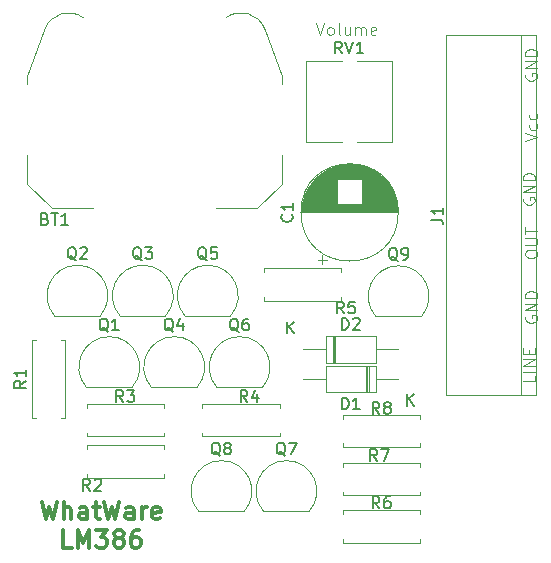
<source format=gbr>
%TF.GenerationSoftware,KiCad,Pcbnew,8.0.9-1.fc41*%
%TF.CreationDate,2025-05-30T14:30:08-05:00*%
%TF.ProjectId,transistor-amp,7472616e-7369-4737-946f-722d616d702e,rev?*%
%TF.SameCoordinates,Original*%
%TF.FileFunction,Legend,Top*%
%TF.FilePolarity,Positive*%
%FSLAX46Y46*%
G04 Gerber Fmt 4.6, Leading zero omitted, Abs format (unit mm)*
G04 Created by KiCad (PCBNEW 8.0.9-1.fc41) date 2025-05-30 14:30:08*
%MOMM*%
%LPD*%
G01*
G04 APERTURE LIST*
%ADD10C,0.100000*%
%ADD11C,0.300000*%
%ADD12C,0.150000*%
%ADD13C,0.120000*%
G04 APERTURE END LIST*
D10*
X123372419Y-63338972D02*
X124372419Y-63005639D01*
X124372419Y-63005639D02*
X123372419Y-62672306D01*
X124324800Y-61910401D02*
X124372419Y-62005639D01*
X124372419Y-62005639D02*
X124372419Y-62196115D01*
X124372419Y-62196115D02*
X124324800Y-62291353D01*
X124324800Y-62291353D02*
X124277180Y-62338972D01*
X124277180Y-62338972D02*
X124181942Y-62386591D01*
X124181942Y-62386591D02*
X123896228Y-62386591D01*
X123896228Y-62386591D02*
X123800990Y-62338972D01*
X123800990Y-62338972D02*
X123753371Y-62291353D01*
X123753371Y-62291353D02*
X123705752Y-62196115D01*
X123705752Y-62196115D02*
X123705752Y-62005639D01*
X123705752Y-62005639D02*
X123753371Y-61910401D01*
X124324800Y-61053258D02*
X124372419Y-61148496D01*
X124372419Y-61148496D02*
X124372419Y-61338972D01*
X124372419Y-61338972D02*
X124324800Y-61434210D01*
X124324800Y-61434210D02*
X124277180Y-61481829D01*
X124277180Y-61481829D02*
X124181942Y-61529448D01*
X124181942Y-61529448D02*
X123896228Y-61529448D01*
X123896228Y-61529448D02*
X123800990Y-61481829D01*
X123800990Y-61481829D02*
X123753371Y-61434210D01*
X123753371Y-61434210D02*
X123705752Y-61338972D01*
X123705752Y-61338972D02*
X123705752Y-61148496D01*
X123705752Y-61148496D02*
X123753371Y-61053258D01*
X123230038Y-68172306D02*
X123182419Y-68267544D01*
X123182419Y-68267544D02*
X123182419Y-68410401D01*
X123182419Y-68410401D02*
X123230038Y-68553258D01*
X123230038Y-68553258D02*
X123325276Y-68648496D01*
X123325276Y-68648496D02*
X123420514Y-68696115D01*
X123420514Y-68696115D02*
X123610990Y-68743734D01*
X123610990Y-68743734D02*
X123753847Y-68743734D01*
X123753847Y-68743734D02*
X123944323Y-68696115D01*
X123944323Y-68696115D02*
X124039561Y-68648496D01*
X124039561Y-68648496D02*
X124134800Y-68553258D01*
X124134800Y-68553258D02*
X124182419Y-68410401D01*
X124182419Y-68410401D02*
X124182419Y-68315163D01*
X124182419Y-68315163D02*
X124134800Y-68172306D01*
X124134800Y-68172306D02*
X124087180Y-68124687D01*
X124087180Y-68124687D02*
X123753847Y-68124687D01*
X123753847Y-68124687D02*
X123753847Y-68315163D01*
X124182419Y-67696115D02*
X123182419Y-67696115D01*
X123182419Y-67696115D02*
X124182419Y-67124687D01*
X124182419Y-67124687D02*
X123182419Y-67124687D01*
X124182419Y-66648496D02*
X123182419Y-66648496D01*
X123182419Y-66648496D02*
X123182419Y-66410401D01*
X123182419Y-66410401D02*
X123230038Y-66267544D01*
X123230038Y-66267544D02*
X123325276Y-66172306D01*
X123325276Y-66172306D02*
X123420514Y-66124687D01*
X123420514Y-66124687D02*
X123610990Y-66077068D01*
X123610990Y-66077068D02*
X123753847Y-66077068D01*
X123753847Y-66077068D02*
X123944323Y-66124687D01*
X123944323Y-66124687D02*
X124039561Y-66172306D01*
X124039561Y-66172306D02*
X124134800Y-66267544D01*
X124134800Y-66267544D02*
X124182419Y-66410401D01*
X124182419Y-66410401D02*
X124182419Y-66648496D01*
D11*
X82428571Y-93885912D02*
X82785714Y-95385912D01*
X82785714Y-95385912D02*
X83071428Y-94314484D01*
X83071428Y-94314484D02*
X83357143Y-95385912D01*
X83357143Y-95385912D02*
X83714286Y-93885912D01*
X84285714Y-95385912D02*
X84285714Y-93885912D01*
X84928572Y-95385912D02*
X84928572Y-94600198D01*
X84928572Y-94600198D02*
X84857143Y-94457341D01*
X84857143Y-94457341D02*
X84714286Y-94385912D01*
X84714286Y-94385912D02*
X84500000Y-94385912D01*
X84500000Y-94385912D02*
X84357143Y-94457341D01*
X84357143Y-94457341D02*
X84285714Y-94528769D01*
X86285715Y-95385912D02*
X86285715Y-94600198D01*
X86285715Y-94600198D02*
X86214286Y-94457341D01*
X86214286Y-94457341D02*
X86071429Y-94385912D01*
X86071429Y-94385912D02*
X85785715Y-94385912D01*
X85785715Y-94385912D02*
X85642857Y-94457341D01*
X86285715Y-95314484D02*
X86142857Y-95385912D01*
X86142857Y-95385912D02*
X85785715Y-95385912D01*
X85785715Y-95385912D02*
X85642857Y-95314484D01*
X85642857Y-95314484D02*
X85571429Y-95171626D01*
X85571429Y-95171626D02*
X85571429Y-95028769D01*
X85571429Y-95028769D02*
X85642857Y-94885912D01*
X85642857Y-94885912D02*
X85785715Y-94814484D01*
X85785715Y-94814484D02*
X86142857Y-94814484D01*
X86142857Y-94814484D02*
X86285715Y-94743055D01*
X86785715Y-94385912D02*
X87357143Y-94385912D01*
X87000000Y-93885912D02*
X87000000Y-95171626D01*
X87000000Y-95171626D02*
X87071429Y-95314484D01*
X87071429Y-95314484D02*
X87214286Y-95385912D01*
X87214286Y-95385912D02*
X87357143Y-95385912D01*
X87714286Y-93885912D02*
X88071429Y-95385912D01*
X88071429Y-95385912D02*
X88357143Y-94314484D01*
X88357143Y-94314484D02*
X88642858Y-95385912D01*
X88642858Y-95385912D02*
X89000001Y-93885912D01*
X90214287Y-95385912D02*
X90214287Y-94600198D01*
X90214287Y-94600198D02*
X90142858Y-94457341D01*
X90142858Y-94457341D02*
X90000001Y-94385912D01*
X90000001Y-94385912D02*
X89714287Y-94385912D01*
X89714287Y-94385912D02*
X89571429Y-94457341D01*
X90214287Y-95314484D02*
X90071429Y-95385912D01*
X90071429Y-95385912D02*
X89714287Y-95385912D01*
X89714287Y-95385912D02*
X89571429Y-95314484D01*
X89571429Y-95314484D02*
X89500001Y-95171626D01*
X89500001Y-95171626D02*
X89500001Y-95028769D01*
X89500001Y-95028769D02*
X89571429Y-94885912D01*
X89571429Y-94885912D02*
X89714287Y-94814484D01*
X89714287Y-94814484D02*
X90071429Y-94814484D01*
X90071429Y-94814484D02*
X90214287Y-94743055D01*
X90928572Y-95385912D02*
X90928572Y-94385912D01*
X90928572Y-94671626D02*
X91000001Y-94528769D01*
X91000001Y-94528769D02*
X91071430Y-94457341D01*
X91071430Y-94457341D02*
X91214287Y-94385912D01*
X91214287Y-94385912D02*
X91357144Y-94385912D01*
X92428572Y-95314484D02*
X92285715Y-95385912D01*
X92285715Y-95385912D02*
X92000001Y-95385912D01*
X92000001Y-95385912D02*
X91857143Y-95314484D01*
X91857143Y-95314484D02*
X91785715Y-95171626D01*
X91785715Y-95171626D02*
X91785715Y-94600198D01*
X91785715Y-94600198D02*
X91857143Y-94457341D01*
X91857143Y-94457341D02*
X92000001Y-94385912D01*
X92000001Y-94385912D02*
X92285715Y-94385912D01*
X92285715Y-94385912D02*
X92428572Y-94457341D01*
X92428572Y-94457341D02*
X92500001Y-94600198D01*
X92500001Y-94600198D02*
X92500001Y-94743055D01*
X92500001Y-94743055D02*
X91785715Y-94885912D01*
X84964286Y-97800828D02*
X84250000Y-97800828D01*
X84250000Y-97800828D02*
X84250000Y-96300828D01*
X85464286Y-97800828D02*
X85464286Y-96300828D01*
X85464286Y-96300828D02*
X85964286Y-97372257D01*
X85964286Y-97372257D02*
X86464286Y-96300828D01*
X86464286Y-96300828D02*
X86464286Y-97800828D01*
X87035715Y-96300828D02*
X87964287Y-96300828D01*
X87964287Y-96300828D02*
X87464287Y-96872257D01*
X87464287Y-96872257D02*
X87678572Y-96872257D01*
X87678572Y-96872257D02*
X87821430Y-96943685D01*
X87821430Y-96943685D02*
X87892858Y-97015114D01*
X87892858Y-97015114D02*
X87964287Y-97157971D01*
X87964287Y-97157971D02*
X87964287Y-97515114D01*
X87964287Y-97515114D02*
X87892858Y-97657971D01*
X87892858Y-97657971D02*
X87821430Y-97729400D01*
X87821430Y-97729400D02*
X87678572Y-97800828D01*
X87678572Y-97800828D02*
X87250001Y-97800828D01*
X87250001Y-97800828D02*
X87107144Y-97729400D01*
X87107144Y-97729400D02*
X87035715Y-97657971D01*
X88821429Y-96943685D02*
X88678572Y-96872257D01*
X88678572Y-96872257D02*
X88607143Y-96800828D01*
X88607143Y-96800828D02*
X88535715Y-96657971D01*
X88535715Y-96657971D02*
X88535715Y-96586542D01*
X88535715Y-96586542D02*
X88607143Y-96443685D01*
X88607143Y-96443685D02*
X88678572Y-96372257D01*
X88678572Y-96372257D02*
X88821429Y-96300828D01*
X88821429Y-96300828D02*
X89107143Y-96300828D01*
X89107143Y-96300828D02*
X89250001Y-96372257D01*
X89250001Y-96372257D02*
X89321429Y-96443685D01*
X89321429Y-96443685D02*
X89392858Y-96586542D01*
X89392858Y-96586542D02*
X89392858Y-96657971D01*
X89392858Y-96657971D02*
X89321429Y-96800828D01*
X89321429Y-96800828D02*
X89250001Y-96872257D01*
X89250001Y-96872257D02*
X89107143Y-96943685D01*
X89107143Y-96943685D02*
X88821429Y-96943685D01*
X88821429Y-96943685D02*
X88678572Y-97015114D01*
X88678572Y-97015114D02*
X88607143Y-97086542D01*
X88607143Y-97086542D02*
X88535715Y-97229400D01*
X88535715Y-97229400D02*
X88535715Y-97515114D01*
X88535715Y-97515114D02*
X88607143Y-97657971D01*
X88607143Y-97657971D02*
X88678572Y-97729400D01*
X88678572Y-97729400D02*
X88821429Y-97800828D01*
X88821429Y-97800828D02*
X89107143Y-97800828D01*
X89107143Y-97800828D02*
X89250001Y-97729400D01*
X89250001Y-97729400D02*
X89321429Y-97657971D01*
X89321429Y-97657971D02*
X89392858Y-97515114D01*
X89392858Y-97515114D02*
X89392858Y-97229400D01*
X89392858Y-97229400D02*
X89321429Y-97086542D01*
X89321429Y-97086542D02*
X89250001Y-97015114D01*
X89250001Y-97015114D02*
X89107143Y-96943685D01*
X90678572Y-96300828D02*
X90392857Y-96300828D01*
X90392857Y-96300828D02*
X90250000Y-96372257D01*
X90250000Y-96372257D02*
X90178572Y-96443685D01*
X90178572Y-96443685D02*
X90035714Y-96657971D01*
X90035714Y-96657971D02*
X89964286Y-96943685D01*
X89964286Y-96943685D02*
X89964286Y-97515114D01*
X89964286Y-97515114D02*
X90035714Y-97657971D01*
X90035714Y-97657971D02*
X90107143Y-97729400D01*
X90107143Y-97729400D02*
X90250000Y-97800828D01*
X90250000Y-97800828D02*
X90535714Y-97800828D01*
X90535714Y-97800828D02*
X90678572Y-97729400D01*
X90678572Y-97729400D02*
X90750000Y-97657971D01*
X90750000Y-97657971D02*
X90821429Y-97515114D01*
X90821429Y-97515114D02*
X90821429Y-97157971D01*
X90821429Y-97157971D02*
X90750000Y-97015114D01*
X90750000Y-97015114D02*
X90678572Y-96943685D01*
X90678572Y-96943685D02*
X90535714Y-96872257D01*
X90535714Y-96872257D02*
X90250000Y-96872257D01*
X90250000Y-96872257D02*
X90107143Y-96943685D01*
X90107143Y-96943685D02*
X90035714Y-97015114D01*
X90035714Y-97015114D02*
X89964286Y-97157971D01*
D10*
X123420038Y-78172306D02*
X123372419Y-78267544D01*
X123372419Y-78267544D02*
X123372419Y-78410401D01*
X123372419Y-78410401D02*
X123420038Y-78553258D01*
X123420038Y-78553258D02*
X123515276Y-78648496D01*
X123515276Y-78648496D02*
X123610514Y-78696115D01*
X123610514Y-78696115D02*
X123800990Y-78743734D01*
X123800990Y-78743734D02*
X123943847Y-78743734D01*
X123943847Y-78743734D02*
X124134323Y-78696115D01*
X124134323Y-78696115D02*
X124229561Y-78648496D01*
X124229561Y-78648496D02*
X124324800Y-78553258D01*
X124324800Y-78553258D02*
X124372419Y-78410401D01*
X124372419Y-78410401D02*
X124372419Y-78315163D01*
X124372419Y-78315163D02*
X124324800Y-78172306D01*
X124324800Y-78172306D02*
X124277180Y-78124687D01*
X124277180Y-78124687D02*
X123943847Y-78124687D01*
X123943847Y-78124687D02*
X123943847Y-78315163D01*
X124372419Y-77696115D02*
X123372419Y-77696115D01*
X123372419Y-77696115D02*
X124372419Y-77124687D01*
X124372419Y-77124687D02*
X123372419Y-77124687D01*
X124372419Y-76648496D02*
X123372419Y-76648496D01*
X123372419Y-76648496D02*
X123372419Y-76410401D01*
X123372419Y-76410401D02*
X123420038Y-76267544D01*
X123420038Y-76267544D02*
X123515276Y-76172306D01*
X123515276Y-76172306D02*
X123610514Y-76124687D01*
X123610514Y-76124687D02*
X123800990Y-76077068D01*
X123800990Y-76077068D02*
X123943847Y-76077068D01*
X123943847Y-76077068D02*
X124134323Y-76124687D01*
X124134323Y-76124687D02*
X124229561Y-76172306D01*
X124229561Y-76172306D02*
X124324800Y-76267544D01*
X124324800Y-76267544D02*
X124372419Y-76410401D01*
X124372419Y-76410401D02*
X124372419Y-76648496D01*
X123420038Y-57672306D02*
X123372419Y-57767544D01*
X123372419Y-57767544D02*
X123372419Y-57910401D01*
X123372419Y-57910401D02*
X123420038Y-58053258D01*
X123420038Y-58053258D02*
X123515276Y-58148496D01*
X123515276Y-58148496D02*
X123610514Y-58196115D01*
X123610514Y-58196115D02*
X123800990Y-58243734D01*
X123800990Y-58243734D02*
X123943847Y-58243734D01*
X123943847Y-58243734D02*
X124134323Y-58196115D01*
X124134323Y-58196115D02*
X124229561Y-58148496D01*
X124229561Y-58148496D02*
X124324800Y-58053258D01*
X124324800Y-58053258D02*
X124372419Y-57910401D01*
X124372419Y-57910401D02*
X124372419Y-57815163D01*
X124372419Y-57815163D02*
X124324800Y-57672306D01*
X124324800Y-57672306D02*
X124277180Y-57624687D01*
X124277180Y-57624687D02*
X123943847Y-57624687D01*
X123943847Y-57624687D02*
X123943847Y-57815163D01*
X124372419Y-57196115D02*
X123372419Y-57196115D01*
X123372419Y-57196115D02*
X124372419Y-56624687D01*
X124372419Y-56624687D02*
X123372419Y-56624687D01*
X124372419Y-56148496D02*
X123372419Y-56148496D01*
X123372419Y-56148496D02*
X123372419Y-55910401D01*
X123372419Y-55910401D02*
X123420038Y-55767544D01*
X123420038Y-55767544D02*
X123515276Y-55672306D01*
X123515276Y-55672306D02*
X123610514Y-55624687D01*
X123610514Y-55624687D02*
X123800990Y-55577068D01*
X123800990Y-55577068D02*
X123943847Y-55577068D01*
X123943847Y-55577068D02*
X124134323Y-55624687D01*
X124134323Y-55624687D02*
X124229561Y-55672306D01*
X124229561Y-55672306D02*
X124324800Y-55767544D01*
X124324800Y-55767544D02*
X124372419Y-55910401D01*
X124372419Y-55910401D02*
X124372419Y-56148496D01*
X124182419Y-83219925D02*
X124182419Y-83696115D01*
X124182419Y-83696115D02*
X123182419Y-83696115D01*
X124182419Y-82886591D02*
X123182419Y-82886591D01*
X124182419Y-82410401D02*
X123182419Y-82410401D01*
X123182419Y-82410401D02*
X124182419Y-81838973D01*
X124182419Y-81838973D02*
X123182419Y-81838973D01*
X123658609Y-81362782D02*
X123658609Y-81029449D01*
X124182419Y-80886592D02*
X124182419Y-81362782D01*
X124182419Y-81362782D02*
X123182419Y-81362782D01*
X123182419Y-81362782D02*
X123182419Y-80886592D01*
X105661027Y-53372419D02*
X105994360Y-54372419D01*
X105994360Y-54372419D02*
X106327693Y-53372419D01*
X106803884Y-54372419D02*
X106708646Y-54324800D01*
X106708646Y-54324800D02*
X106661027Y-54277180D01*
X106661027Y-54277180D02*
X106613408Y-54181942D01*
X106613408Y-54181942D02*
X106613408Y-53896228D01*
X106613408Y-53896228D02*
X106661027Y-53800990D01*
X106661027Y-53800990D02*
X106708646Y-53753371D01*
X106708646Y-53753371D02*
X106803884Y-53705752D01*
X106803884Y-53705752D02*
X106946741Y-53705752D01*
X106946741Y-53705752D02*
X107041979Y-53753371D01*
X107041979Y-53753371D02*
X107089598Y-53800990D01*
X107089598Y-53800990D02*
X107137217Y-53896228D01*
X107137217Y-53896228D02*
X107137217Y-54181942D01*
X107137217Y-54181942D02*
X107089598Y-54277180D01*
X107089598Y-54277180D02*
X107041979Y-54324800D01*
X107041979Y-54324800D02*
X106946741Y-54372419D01*
X106946741Y-54372419D02*
X106803884Y-54372419D01*
X107708646Y-54372419D02*
X107613408Y-54324800D01*
X107613408Y-54324800D02*
X107565789Y-54229561D01*
X107565789Y-54229561D02*
X107565789Y-53372419D01*
X108518170Y-53705752D02*
X108518170Y-54372419D01*
X108089599Y-53705752D02*
X108089599Y-54229561D01*
X108089599Y-54229561D02*
X108137218Y-54324800D01*
X108137218Y-54324800D02*
X108232456Y-54372419D01*
X108232456Y-54372419D02*
X108375313Y-54372419D01*
X108375313Y-54372419D02*
X108470551Y-54324800D01*
X108470551Y-54324800D02*
X108518170Y-54277180D01*
X108994361Y-54372419D02*
X108994361Y-53705752D01*
X108994361Y-53800990D02*
X109041980Y-53753371D01*
X109041980Y-53753371D02*
X109137218Y-53705752D01*
X109137218Y-53705752D02*
X109280075Y-53705752D01*
X109280075Y-53705752D02*
X109375313Y-53753371D01*
X109375313Y-53753371D02*
X109422932Y-53848609D01*
X109422932Y-53848609D02*
X109422932Y-54372419D01*
X109422932Y-53848609D02*
X109470551Y-53753371D01*
X109470551Y-53753371D02*
X109565789Y-53705752D01*
X109565789Y-53705752D02*
X109708646Y-53705752D01*
X109708646Y-53705752D02*
X109803885Y-53753371D01*
X109803885Y-53753371D02*
X109851504Y-53848609D01*
X109851504Y-53848609D02*
X109851504Y-54372419D01*
X110708646Y-54324800D02*
X110613408Y-54372419D01*
X110613408Y-54372419D02*
X110422932Y-54372419D01*
X110422932Y-54372419D02*
X110327694Y-54324800D01*
X110327694Y-54324800D02*
X110280075Y-54229561D01*
X110280075Y-54229561D02*
X110280075Y-53848609D01*
X110280075Y-53848609D02*
X110327694Y-53753371D01*
X110327694Y-53753371D02*
X110422932Y-53705752D01*
X110422932Y-53705752D02*
X110613408Y-53705752D01*
X110613408Y-53705752D02*
X110708646Y-53753371D01*
X110708646Y-53753371D02*
X110756265Y-53848609D01*
X110756265Y-53848609D02*
X110756265Y-53943847D01*
X110756265Y-53943847D02*
X110280075Y-54039085D01*
X123372419Y-73005639D02*
X123372419Y-72815163D01*
X123372419Y-72815163D02*
X123420038Y-72719925D01*
X123420038Y-72719925D02*
X123515276Y-72624687D01*
X123515276Y-72624687D02*
X123705752Y-72577068D01*
X123705752Y-72577068D02*
X124039085Y-72577068D01*
X124039085Y-72577068D02*
X124229561Y-72624687D01*
X124229561Y-72624687D02*
X124324800Y-72719925D01*
X124324800Y-72719925D02*
X124372419Y-72815163D01*
X124372419Y-72815163D02*
X124372419Y-73005639D01*
X124372419Y-73005639D02*
X124324800Y-73100877D01*
X124324800Y-73100877D02*
X124229561Y-73196115D01*
X124229561Y-73196115D02*
X124039085Y-73243734D01*
X124039085Y-73243734D02*
X123705752Y-73243734D01*
X123705752Y-73243734D02*
X123515276Y-73196115D01*
X123515276Y-73196115D02*
X123420038Y-73100877D01*
X123420038Y-73100877D02*
X123372419Y-73005639D01*
X123372419Y-72148496D02*
X124181942Y-72148496D01*
X124181942Y-72148496D02*
X124277180Y-72100877D01*
X124277180Y-72100877D02*
X124324800Y-72053258D01*
X124324800Y-72053258D02*
X124372419Y-71958020D01*
X124372419Y-71958020D02*
X124372419Y-71767544D01*
X124372419Y-71767544D02*
X124324800Y-71672306D01*
X124324800Y-71672306D02*
X124277180Y-71624687D01*
X124277180Y-71624687D02*
X124181942Y-71577068D01*
X124181942Y-71577068D02*
X123372419Y-71577068D01*
X123372419Y-71243734D02*
X123372419Y-70672306D01*
X124372419Y-70958020D02*
X123372419Y-70958020D01*
D12*
X97554761Y-89990057D02*
X97459523Y-89942438D01*
X97459523Y-89942438D02*
X97364285Y-89847200D01*
X97364285Y-89847200D02*
X97221428Y-89704342D01*
X97221428Y-89704342D02*
X97126190Y-89656723D01*
X97126190Y-89656723D02*
X97030952Y-89656723D01*
X97078571Y-89894819D02*
X96983333Y-89847200D01*
X96983333Y-89847200D02*
X96888095Y-89751961D01*
X96888095Y-89751961D02*
X96840476Y-89561485D01*
X96840476Y-89561485D02*
X96840476Y-89228152D01*
X96840476Y-89228152D02*
X96888095Y-89037676D01*
X96888095Y-89037676D02*
X96983333Y-88942438D01*
X96983333Y-88942438D02*
X97078571Y-88894819D01*
X97078571Y-88894819D02*
X97269047Y-88894819D01*
X97269047Y-88894819D02*
X97364285Y-88942438D01*
X97364285Y-88942438D02*
X97459523Y-89037676D01*
X97459523Y-89037676D02*
X97507142Y-89228152D01*
X97507142Y-89228152D02*
X97507142Y-89561485D01*
X97507142Y-89561485D02*
X97459523Y-89751961D01*
X97459523Y-89751961D02*
X97364285Y-89847200D01*
X97364285Y-89847200D02*
X97269047Y-89894819D01*
X97269047Y-89894819D02*
X97078571Y-89894819D01*
X98078571Y-89323390D02*
X97983333Y-89275771D01*
X97983333Y-89275771D02*
X97935714Y-89228152D01*
X97935714Y-89228152D02*
X97888095Y-89132914D01*
X97888095Y-89132914D02*
X97888095Y-89085295D01*
X97888095Y-89085295D02*
X97935714Y-88990057D01*
X97935714Y-88990057D02*
X97983333Y-88942438D01*
X97983333Y-88942438D02*
X98078571Y-88894819D01*
X98078571Y-88894819D02*
X98269047Y-88894819D01*
X98269047Y-88894819D02*
X98364285Y-88942438D01*
X98364285Y-88942438D02*
X98411904Y-88990057D01*
X98411904Y-88990057D02*
X98459523Y-89085295D01*
X98459523Y-89085295D02*
X98459523Y-89132914D01*
X98459523Y-89132914D02*
X98411904Y-89228152D01*
X98411904Y-89228152D02*
X98364285Y-89275771D01*
X98364285Y-89275771D02*
X98269047Y-89323390D01*
X98269047Y-89323390D02*
X98078571Y-89323390D01*
X98078571Y-89323390D02*
X97983333Y-89371009D01*
X97983333Y-89371009D02*
X97935714Y-89418628D01*
X97935714Y-89418628D02*
X97888095Y-89513866D01*
X97888095Y-89513866D02*
X97888095Y-89704342D01*
X97888095Y-89704342D02*
X97935714Y-89799580D01*
X97935714Y-89799580D02*
X97983333Y-89847200D01*
X97983333Y-89847200D02*
X98078571Y-89894819D01*
X98078571Y-89894819D02*
X98269047Y-89894819D01*
X98269047Y-89894819D02*
X98364285Y-89847200D01*
X98364285Y-89847200D02*
X98411904Y-89799580D01*
X98411904Y-89799580D02*
X98459523Y-89704342D01*
X98459523Y-89704342D02*
X98459523Y-89513866D01*
X98459523Y-89513866D02*
X98411904Y-89418628D01*
X98411904Y-89418628D02*
X98364285Y-89371009D01*
X98364285Y-89371009D02*
X98269047Y-89323390D01*
X103609580Y-69569317D02*
X103657200Y-69616936D01*
X103657200Y-69616936D02*
X103704819Y-69759793D01*
X103704819Y-69759793D02*
X103704819Y-69855031D01*
X103704819Y-69855031D02*
X103657200Y-69997888D01*
X103657200Y-69997888D02*
X103561961Y-70093126D01*
X103561961Y-70093126D02*
X103466723Y-70140745D01*
X103466723Y-70140745D02*
X103276247Y-70188364D01*
X103276247Y-70188364D02*
X103133390Y-70188364D01*
X103133390Y-70188364D02*
X102942914Y-70140745D01*
X102942914Y-70140745D02*
X102847676Y-70093126D01*
X102847676Y-70093126D02*
X102752438Y-69997888D01*
X102752438Y-69997888D02*
X102704819Y-69855031D01*
X102704819Y-69855031D02*
X102704819Y-69759793D01*
X102704819Y-69759793D02*
X102752438Y-69616936D01*
X102752438Y-69616936D02*
X102800057Y-69569317D01*
X103704819Y-68616936D02*
X103704819Y-69188364D01*
X103704819Y-68902650D02*
X102704819Y-68902650D01*
X102704819Y-68902650D02*
X102847676Y-68997888D01*
X102847676Y-68997888D02*
X102942914Y-69093126D01*
X102942914Y-69093126D02*
X102990533Y-69188364D01*
X112554761Y-73490057D02*
X112459523Y-73442438D01*
X112459523Y-73442438D02*
X112364285Y-73347200D01*
X112364285Y-73347200D02*
X112221428Y-73204342D01*
X112221428Y-73204342D02*
X112126190Y-73156723D01*
X112126190Y-73156723D02*
X112030952Y-73156723D01*
X112078571Y-73394819D02*
X111983333Y-73347200D01*
X111983333Y-73347200D02*
X111888095Y-73251961D01*
X111888095Y-73251961D02*
X111840476Y-73061485D01*
X111840476Y-73061485D02*
X111840476Y-72728152D01*
X111840476Y-72728152D02*
X111888095Y-72537676D01*
X111888095Y-72537676D02*
X111983333Y-72442438D01*
X111983333Y-72442438D02*
X112078571Y-72394819D01*
X112078571Y-72394819D02*
X112269047Y-72394819D01*
X112269047Y-72394819D02*
X112364285Y-72442438D01*
X112364285Y-72442438D02*
X112459523Y-72537676D01*
X112459523Y-72537676D02*
X112507142Y-72728152D01*
X112507142Y-72728152D02*
X112507142Y-73061485D01*
X112507142Y-73061485D02*
X112459523Y-73251961D01*
X112459523Y-73251961D02*
X112364285Y-73347200D01*
X112364285Y-73347200D02*
X112269047Y-73394819D01*
X112269047Y-73394819D02*
X112078571Y-73394819D01*
X112983333Y-73394819D02*
X113173809Y-73394819D01*
X113173809Y-73394819D02*
X113269047Y-73347200D01*
X113269047Y-73347200D02*
X113316666Y-73299580D01*
X113316666Y-73299580D02*
X113411904Y-73156723D01*
X113411904Y-73156723D02*
X113459523Y-72966247D01*
X113459523Y-72966247D02*
X113459523Y-72585295D01*
X113459523Y-72585295D02*
X113411904Y-72490057D01*
X113411904Y-72490057D02*
X113364285Y-72442438D01*
X113364285Y-72442438D02*
X113269047Y-72394819D01*
X113269047Y-72394819D02*
X113078571Y-72394819D01*
X113078571Y-72394819D02*
X112983333Y-72442438D01*
X112983333Y-72442438D02*
X112935714Y-72490057D01*
X112935714Y-72490057D02*
X112888095Y-72585295D01*
X112888095Y-72585295D02*
X112888095Y-72823390D01*
X112888095Y-72823390D02*
X112935714Y-72918628D01*
X112935714Y-72918628D02*
X112983333Y-72966247D01*
X112983333Y-72966247D02*
X113078571Y-73013866D01*
X113078571Y-73013866D02*
X113269047Y-73013866D01*
X113269047Y-73013866D02*
X113364285Y-72966247D01*
X113364285Y-72966247D02*
X113411904Y-72918628D01*
X113411904Y-72918628D02*
X113459523Y-72823390D01*
X89333333Y-85454819D02*
X89000000Y-84978628D01*
X88761905Y-85454819D02*
X88761905Y-84454819D01*
X88761905Y-84454819D02*
X89142857Y-84454819D01*
X89142857Y-84454819D02*
X89238095Y-84502438D01*
X89238095Y-84502438D02*
X89285714Y-84550057D01*
X89285714Y-84550057D02*
X89333333Y-84645295D01*
X89333333Y-84645295D02*
X89333333Y-84788152D01*
X89333333Y-84788152D02*
X89285714Y-84883390D01*
X89285714Y-84883390D02*
X89238095Y-84931009D01*
X89238095Y-84931009D02*
X89142857Y-84978628D01*
X89142857Y-84978628D02*
X88761905Y-84978628D01*
X89666667Y-84454819D02*
X90285714Y-84454819D01*
X90285714Y-84454819D02*
X89952381Y-84835771D01*
X89952381Y-84835771D02*
X90095238Y-84835771D01*
X90095238Y-84835771D02*
X90190476Y-84883390D01*
X90190476Y-84883390D02*
X90238095Y-84931009D01*
X90238095Y-84931009D02*
X90285714Y-85026247D01*
X90285714Y-85026247D02*
X90285714Y-85264342D01*
X90285714Y-85264342D02*
X90238095Y-85359580D01*
X90238095Y-85359580D02*
X90190476Y-85407200D01*
X90190476Y-85407200D02*
X90095238Y-85454819D01*
X90095238Y-85454819D02*
X89809524Y-85454819D01*
X89809524Y-85454819D02*
X89714286Y-85407200D01*
X89714286Y-85407200D02*
X89666667Y-85359580D01*
X88054761Y-79490057D02*
X87959523Y-79442438D01*
X87959523Y-79442438D02*
X87864285Y-79347200D01*
X87864285Y-79347200D02*
X87721428Y-79204342D01*
X87721428Y-79204342D02*
X87626190Y-79156723D01*
X87626190Y-79156723D02*
X87530952Y-79156723D01*
X87578571Y-79394819D02*
X87483333Y-79347200D01*
X87483333Y-79347200D02*
X87388095Y-79251961D01*
X87388095Y-79251961D02*
X87340476Y-79061485D01*
X87340476Y-79061485D02*
X87340476Y-78728152D01*
X87340476Y-78728152D02*
X87388095Y-78537676D01*
X87388095Y-78537676D02*
X87483333Y-78442438D01*
X87483333Y-78442438D02*
X87578571Y-78394819D01*
X87578571Y-78394819D02*
X87769047Y-78394819D01*
X87769047Y-78394819D02*
X87864285Y-78442438D01*
X87864285Y-78442438D02*
X87959523Y-78537676D01*
X87959523Y-78537676D02*
X88007142Y-78728152D01*
X88007142Y-78728152D02*
X88007142Y-79061485D01*
X88007142Y-79061485D02*
X87959523Y-79251961D01*
X87959523Y-79251961D02*
X87864285Y-79347200D01*
X87864285Y-79347200D02*
X87769047Y-79394819D01*
X87769047Y-79394819D02*
X87578571Y-79394819D01*
X88959523Y-79394819D02*
X88388095Y-79394819D01*
X88673809Y-79394819D02*
X88673809Y-78394819D01*
X88673809Y-78394819D02*
X88578571Y-78537676D01*
X88578571Y-78537676D02*
X88483333Y-78632914D01*
X88483333Y-78632914D02*
X88388095Y-78680533D01*
X107841905Y-79334819D02*
X107841905Y-78334819D01*
X107841905Y-78334819D02*
X108080000Y-78334819D01*
X108080000Y-78334819D02*
X108222857Y-78382438D01*
X108222857Y-78382438D02*
X108318095Y-78477676D01*
X108318095Y-78477676D02*
X108365714Y-78572914D01*
X108365714Y-78572914D02*
X108413333Y-78763390D01*
X108413333Y-78763390D02*
X108413333Y-78906247D01*
X108413333Y-78906247D02*
X108365714Y-79096723D01*
X108365714Y-79096723D02*
X108318095Y-79191961D01*
X108318095Y-79191961D02*
X108222857Y-79287200D01*
X108222857Y-79287200D02*
X108080000Y-79334819D01*
X108080000Y-79334819D02*
X107841905Y-79334819D01*
X108794286Y-78430057D02*
X108841905Y-78382438D01*
X108841905Y-78382438D02*
X108937143Y-78334819D01*
X108937143Y-78334819D02*
X109175238Y-78334819D01*
X109175238Y-78334819D02*
X109270476Y-78382438D01*
X109270476Y-78382438D02*
X109318095Y-78430057D01*
X109318095Y-78430057D02*
X109365714Y-78525295D01*
X109365714Y-78525295D02*
X109365714Y-78620533D01*
X109365714Y-78620533D02*
X109318095Y-78763390D01*
X109318095Y-78763390D02*
X108746667Y-79334819D01*
X108746667Y-79334819D02*
X109365714Y-79334819D01*
X103238095Y-79654819D02*
X103238095Y-78654819D01*
X103809523Y-79654819D02*
X103380952Y-79083390D01*
X103809523Y-78654819D02*
X103238095Y-79226247D01*
X108023333Y-77954819D02*
X107690000Y-77478628D01*
X107451905Y-77954819D02*
X107451905Y-76954819D01*
X107451905Y-76954819D02*
X107832857Y-76954819D01*
X107832857Y-76954819D02*
X107928095Y-77002438D01*
X107928095Y-77002438D02*
X107975714Y-77050057D01*
X107975714Y-77050057D02*
X108023333Y-77145295D01*
X108023333Y-77145295D02*
X108023333Y-77288152D01*
X108023333Y-77288152D02*
X107975714Y-77383390D01*
X107975714Y-77383390D02*
X107928095Y-77431009D01*
X107928095Y-77431009D02*
X107832857Y-77478628D01*
X107832857Y-77478628D02*
X107451905Y-77478628D01*
X108928095Y-76954819D02*
X108451905Y-76954819D01*
X108451905Y-76954819D02*
X108404286Y-77431009D01*
X108404286Y-77431009D02*
X108451905Y-77383390D01*
X108451905Y-77383390D02*
X108547143Y-77335771D01*
X108547143Y-77335771D02*
X108785238Y-77335771D01*
X108785238Y-77335771D02*
X108880476Y-77383390D01*
X108880476Y-77383390D02*
X108928095Y-77431009D01*
X108928095Y-77431009D02*
X108975714Y-77526247D01*
X108975714Y-77526247D02*
X108975714Y-77764342D01*
X108975714Y-77764342D02*
X108928095Y-77859580D01*
X108928095Y-77859580D02*
X108880476Y-77907200D01*
X108880476Y-77907200D02*
X108785238Y-77954819D01*
X108785238Y-77954819D02*
X108547143Y-77954819D01*
X108547143Y-77954819D02*
X108451905Y-77907200D01*
X108451905Y-77907200D02*
X108404286Y-77859580D01*
X107841905Y-86074819D02*
X107841905Y-85074819D01*
X107841905Y-85074819D02*
X108080000Y-85074819D01*
X108080000Y-85074819D02*
X108222857Y-85122438D01*
X108222857Y-85122438D02*
X108318095Y-85217676D01*
X108318095Y-85217676D02*
X108365714Y-85312914D01*
X108365714Y-85312914D02*
X108413333Y-85503390D01*
X108413333Y-85503390D02*
X108413333Y-85646247D01*
X108413333Y-85646247D02*
X108365714Y-85836723D01*
X108365714Y-85836723D02*
X108318095Y-85931961D01*
X108318095Y-85931961D02*
X108222857Y-86027200D01*
X108222857Y-86027200D02*
X108080000Y-86074819D01*
X108080000Y-86074819D02*
X107841905Y-86074819D01*
X109365714Y-86074819D02*
X108794286Y-86074819D01*
X109080000Y-86074819D02*
X109080000Y-85074819D01*
X109080000Y-85074819D02*
X108984762Y-85217676D01*
X108984762Y-85217676D02*
X108889524Y-85312914D01*
X108889524Y-85312914D02*
X108794286Y-85360533D01*
X113398095Y-85754819D02*
X113398095Y-84754819D01*
X113969523Y-85754819D02*
X113540952Y-85183390D01*
X113969523Y-84754819D02*
X113398095Y-85326247D01*
X110833333Y-90454819D02*
X110500000Y-89978628D01*
X110261905Y-90454819D02*
X110261905Y-89454819D01*
X110261905Y-89454819D02*
X110642857Y-89454819D01*
X110642857Y-89454819D02*
X110738095Y-89502438D01*
X110738095Y-89502438D02*
X110785714Y-89550057D01*
X110785714Y-89550057D02*
X110833333Y-89645295D01*
X110833333Y-89645295D02*
X110833333Y-89788152D01*
X110833333Y-89788152D02*
X110785714Y-89883390D01*
X110785714Y-89883390D02*
X110738095Y-89931009D01*
X110738095Y-89931009D02*
X110642857Y-89978628D01*
X110642857Y-89978628D02*
X110261905Y-89978628D01*
X111166667Y-89454819D02*
X111833333Y-89454819D01*
X111833333Y-89454819D02*
X111404762Y-90454819D01*
X82714285Y-69931009D02*
X82857142Y-69978628D01*
X82857142Y-69978628D02*
X82904761Y-70026247D01*
X82904761Y-70026247D02*
X82952380Y-70121485D01*
X82952380Y-70121485D02*
X82952380Y-70264342D01*
X82952380Y-70264342D02*
X82904761Y-70359580D01*
X82904761Y-70359580D02*
X82857142Y-70407200D01*
X82857142Y-70407200D02*
X82761904Y-70454819D01*
X82761904Y-70454819D02*
X82380952Y-70454819D01*
X82380952Y-70454819D02*
X82380952Y-69454819D01*
X82380952Y-69454819D02*
X82714285Y-69454819D01*
X82714285Y-69454819D02*
X82809523Y-69502438D01*
X82809523Y-69502438D02*
X82857142Y-69550057D01*
X82857142Y-69550057D02*
X82904761Y-69645295D01*
X82904761Y-69645295D02*
X82904761Y-69740533D01*
X82904761Y-69740533D02*
X82857142Y-69835771D01*
X82857142Y-69835771D02*
X82809523Y-69883390D01*
X82809523Y-69883390D02*
X82714285Y-69931009D01*
X82714285Y-69931009D02*
X82380952Y-69931009D01*
X83238095Y-69454819D02*
X83809523Y-69454819D01*
X83523809Y-70454819D02*
X83523809Y-69454819D01*
X84666666Y-70454819D02*
X84095238Y-70454819D01*
X84380952Y-70454819D02*
X84380952Y-69454819D01*
X84380952Y-69454819D02*
X84285714Y-69597676D01*
X84285714Y-69597676D02*
X84190476Y-69692914D01*
X84190476Y-69692914D02*
X84095238Y-69740533D01*
X111023333Y-86454819D02*
X110690000Y-85978628D01*
X110451905Y-86454819D02*
X110451905Y-85454819D01*
X110451905Y-85454819D02*
X110832857Y-85454819D01*
X110832857Y-85454819D02*
X110928095Y-85502438D01*
X110928095Y-85502438D02*
X110975714Y-85550057D01*
X110975714Y-85550057D02*
X111023333Y-85645295D01*
X111023333Y-85645295D02*
X111023333Y-85788152D01*
X111023333Y-85788152D02*
X110975714Y-85883390D01*
X110975714Y-85883390D02*
X110928095Y-85931009D01*
X110928095Y-85931009D02*
X110832857Y-85978628D01*
X110832857Y-85978628D02*
X110451905Y-85978628D01*
X111594762Y-85883390D02*
X111499524Y-85835771D01*
X111499524Y-85835771D02*
X111451905Y-85788152D01*
X111451905Y-85788152D02*
X111404286Y-85692914D01*
X111404286Y-85692914D02*
X111404286Y-85645295D01*
X111404286Y-85645295D02*
X111451905Y-85550057D01*
X111451905Y-85550057D02*
X111499524Y-85502438D01*
X111499524Y-85502438D02*
X111594762Y-85454819D01*
X111594762Y-85454819D02*
X111785238Y-85454819D01*
X111785238Y-85454819D02*
X111880476Y-85502438D01*
X111880476Y-85502438D02*
X111928095Y-85550057D01*
X111928095Y-85550057D02*
X111975714Y-85645295D01*
X111975714Y-85645295D02*
X111975714Y-85692914D01*
X111975714Y-85692914D02*
X111928095Y-85788152D01*
X111928095Y-85788152D02*
X111880476Y-85835771D01*
X111880476Y-85835771D02*
X111785238Y-85883390D01*
X111785238Y-85883390D02*
X111594762Y-85883390D01*
X111594762Y-85883390D02*
X111499524Y-85931009D01*
X111499524Y-85931009D02*
X111451905Y-85978628D01*
X111451905Y-85978628D02*
X111404286Y-86073866D01*
X111404286Y-86073866D02*
X111404286Y-86264342D01*
X111404286Y-86264342D02*
X111451905Y-86359580D01*
X111451905Y-86359580D02*
X111499524Y-86407200D01*
X111499524Y-86407200D02*
X111594762Y-86454819D01*
X111594762Y-86454819D02*
X111785238Y-86454819D01*
X111785238Y-86454819D02*
X111880476Y-86407200D01*
X111880476Y-86407200D02*
X111928095Y-86359580D01*
X111928095Y-86359580D02*
X111975714Y-86264342D01*
X111975714Y-86264342D02*
X111975714Y-86073866D01*
X111975714Y-86073866D02*
X111928095Y-85978628D01*
X111928095Y-85978628D02*
X111880476Y-85931009D01*
X111880476Y-85931009D02*
X111785238Y-85883390D01*
X99094761Y-79490057D02*
X98999523Y-79442438D01*
X98999523Y-79442438D02*
X98904285Y-79347200D01*
X98904285Y-79347200D02*
X98761428Y-79204342D01*
X98761428Y-79204342D02*
X98666190Y-79156723D01*
X98666190Y-79156723D02*
X98570952Y-79156723D01*
X98618571Y-79394819D02*
X98523333Y-79347200D01*
X98523333Y-79347200D02*
X98428095Y-79251961D01*
X98428095Y-79251961D02*
X98380476Y-79061485D01*
X98380476Y-79061485D02*
X98380476Y-78728152D01*
X98380476Y-78728152D02*
X98428095Y-78537676D01*
X98428095Y-78537676D02*
X98523333Y-78442438D01*
X98523333Y-78442438D02*
X98618571Y-78394819D01*
X98618571Y-78394819D02*
X98809047Y-78394819D01*
X98809047Y-78394819D02*
X98904285Y-78442438D01*
X98904285Y-78442438D02*
X98999523Y-78537676D01*
X98999523Y-78537676D02*
X99047142Y-78728152D01*
X99047142Y-78728152D02*
X99047142Y-79061485D01*
X99047142Y-79061485D02*
X98999523Y-79251961D01*
X98999523Y-79251961D02*
X98904285Y-79347200D01*
X98904285Y-79347200D02*
X98809047Y-79394819D01*
X98809047Y-79394819D02*
X98618571Y-79394819D01*
X99904285Y-78394819D02*
X99713809Y-78394819D01*
X99713809Y-78394819D02*
X99618571Y-78442438D01*
X99618571Y-78442438D02*
X99570952Y-78490057D01*
X99570952Y-78490057D02*
X99475714Y-78632914D01*
X99475714Y-78632914D02*
X99428095Y-78823390D01*
X99428095Y-78823390D02*
X99428095Y-79204342D01*
X99428095Y-79204342D02*
X99475714Y-79299580D01*
X99475714Y-79299580D02*
X99523333Y-79347200D01*
X99523333Y-79347200D02*
X99618571Y-79394819D01*
X99618571Y-79394819D02*
X99809047Y-79394819D01*
X99809047Y-79394819D02*
X99904285Y-79347200D01*
X99904285Y-79347200D02*
X99951904Y-79299580D01*
X99951904Y-79299580D02*
X99999523Y-79204342D01*
X99999523Y-79204342D02*
X99999523Y-78966247D01*
X99999523Y-78966247D02*
X99951904Y-78871009D01*
X99951904Y-78871009D02*
X99904285Y-78823390D01*
X99904285Y-78823390D02*
X99809047Y-78775771D01*
X99809047Y-78775771D02*
X99618571Y-78775771D01*
X99618571Y-78775771D02*
X99523333Y-78823390D01*
X99523333Y-78823390D02*
X99475714Y-78871009D01*
X99475714Y-78871009D02*
X99428095Y-78966247D01*
X96394761Y-73440057D02*
X96299523Y-73392438D01*
X96299523Y-73392438D02*
X96204285Y-73297200D01*
X96204285Y-73297200D02*
X96061428Y-73154342D01*
X96061428Y-73154342D02*
X95966190Y-73106723D01*
X95966190Y-73106723D02*
X95870952Y-73106723D01*
X95918571Y-73344819D02*
X95823333Y-73297200D01*
X95823333Y-73297200D02*
X95728095Y-73201961D01*
X95728095Y-73201961D02*
X95680476Y-73011485D01*
X95680476Y-73011485D02*
X95680476Y-72678152D01*
X95680476Y-72678152D02*
X95728095Y-72487676D01*
X95728095Y-72487676D02*
X95823333Y-72392438D01*
X95823333Y-72392438D02*
X95918571Y-72344819D01*
X95918571Y-72344819D02*
X96109047Y-72344819D01*
X96109047Y-72344819D02*
X96204285Y-72392438D01*
X96204285Y-72392438D02*
X96299523Y-72487676D01*
X96299523Y-72487676D02*
X96347142Y-72678152D01*
X96347142Y-72678152D02*
X96347142Y-73011485D01*
X96347142Y-73011485D02*
X96299523Y-73201961D01*
X96299523Y-73201961D02*
X96204285Y-73297200D01*
X96204285Y-73297200D02*
X96109047Y-73344819D01*
X96109047Y-73344819D02*
X95918571Y-73344819D01*
X97251904Y-72344819D02*
X96775714Y-72344819D01*
X96775714Y-72344819D02*
X96728095Y-72821009D01*
X96728095Y-72821009D02*
X96775714Y-72773390D01*
X96775714Y-72773390D02*
X96870952Y-72725771D01*
X96870952Y-72725771D02*
X97109047Y-72725771D01*
X97109047Y-72725771D02*
X97204285Y-72773390D01*
X97204285Y-72773390D02*
X97251904Y-72821009D01*
X97251904Y-72821009D02*
X97299523Y-72916247D01*
X97299523Y-72916247D02*
X97299523Y-73154342D01*
X97299523Y-73154342D02*
X97251904Y-73249580D01*
X97251904Y-73249580D02*
X97204285Y-73297200D01*
X97204285Y-73297200D02*
X97109047Y-73344819D01*
X97109047Y-73344819D02*
X96870952Y-73344819D01*
X96870952Y-73344819D02*
X96775714Y-73297200D01*
X96775714Y-73297200D02*
X96728095Y-73249580D01*
X115404819Y-70003333D02*
X116119104Y-70003333D01*
X116119104Y-70003333D02*
X116261961Y-70050952D01*
X116261961Y-70050952D02*
X116357200Y-70146190D01*
X116357200Y-70146190D02*
X116404819Y-70289047D01*
X116404819Y-70289047D02*
X116404819Y-70384285D01*
X116404819Y-69003333D02*
X116404819Y-69574761D01*
X116404819Y-69289047D02*
X115404819Y-69289047D01*
X115404819Y-69289047D02*
X115547676Y-69384285D01*
X115547676Y-69384285D02*
X115642914Y-69479523D01*
X115642914Y-69479523D02*
X115690533Y-69574761D01*
X99833333Y-85454819D02*
X99500000Y-84978628D01*
X99261905Y-85454819D02*
X99261905Y-84454819D01*
X99261905Y-84454819D02*
X99642857Y-84454819D01*
X99642857Y-84454819D02*
X99738095Y-84502438D01*
X99738095Y-84502438D02*
X99785714Y-84550057D01*
X99785714Y-84550057D02*
X99833333Y-84645295D01*
X99833333Y-84645295D02*
X99833333Y-84788152D01*
X99833333Y-84788152D02*
X99785714Y-84883390D01*
X99785714Y-84883390D02*
X99738095Y-84931009D01*
X99738095Y-84931009D02*
X99642857Y-84978628D01*
X99642857Y-84978628D02*
X99261905Y-84978628D01*
X100690476Y-84788152D02*
X100690476Y-85454819D01*
X100452381Y-84407200D02*
X100214286Y-85121485D01*
X100214286Y-85121485D02*
X100833333Y-85121485D01*
X86523333Y-92954819D02*
X86190000Y-92478628D01*
X85951905Y-92954819D02*
X85951905Y-91954819D01*
X85951905Y-91954819D02*
X86332857Y-91954819D01*
X86332857Y-91954819D02*
X86428095Y-92002438D01*
X86428095Y-92002438D02*
X86475714Y-92050057D01*
X86475714Y-92050057D02*
X86523333Y-92145295D01*
X86523333Y-92145295D02*
X86523333Y-92288152D01*
X86523333Y-92288152D02*
X86475714Y-92383390D01*
X86475714Y-92383390D02*
X86428095Y-92431009D01*
X86428095Y-92431009D02*
X86332857Y-92478628D01*
X86332857Y-92478628D02*
X85951905Y-92478628D01*
X86904286Y-92050057D02*
X86951905Y-92002438D01*
X86951905Y-92002438D02*
X87047143Y-91954819D01*
X87047143Y-91954819D02*
X87285238Y-91954819D01*
X87285238Y-91954819D02*
X87380476Y-92002438D01*
X87380476Y-92002438D02*
X87428095Y-92050057D01*
X87428095Y-92050057D02*
X87475714Y-92145295D01*
X87475714Y-92145295D02*
X87475714Y-92240533D01*
X87475714Y-92240533D02*
X87428095Y-92383390D01*
X87428095Y-92383390D02*
X86856667Y-92954819D01*
X86856667Y-92954819D02*
X87475714Y-92954819D01*
X85354761Y-73440057D02*
X85259523Y-73392438D01*
X85259523Y-73392438D02*
X85164285Y-73297200D01*
X85164285Y-73297200D02*
X85021428Y-73154342D01*
X85021428Y-73154342D02*
X84926190Y-73106723D01*
X84926190Y-73106723D02*
X84830952Y-73106723D01*
X84878571Y-73344819D02*
X84783333Y-73297200D01*
X84783333Y-73297200D02*
X84688095Y-73201961D01*
X84688095Y-73201961D02*
X84640476Y-73011485D01*
X84640476Y-73011485D02*
X84640476Y-72678152D01*
X84640476Y-72678152D02*
X84688095Y-72487676D01*
X84688095Y-72487676D02*
X84783333Y-72392438D01*
X84783333Y-72392438D02*
X84878571Y-72344819D01*
X84878571Y-72344819D02*
X85069047Y-72344819D01*
X85069047Y-72344819D02*
X85164285Y-72392438D01*
X85164285Y-72392438D02*
X85259523Y-72487676D01*
X85259523Y-72487676D02*
X85307142Y-72678152D01*
X85307142Y-72678152D02*
X85307142Y-73011485D01*
X85307142Y-73011485D02*
X85259523Y-73201961D01*
X85259523Y-73201961D02*
X85164285Y-73297200D01*
X85164285Y-73297200D02*
X85069047Y-73344819D01*
X85069047Y-73344819D02*
X84878571Y-73344819D01*
X85688095Y-72440057D02*
X85735714Y-72392438D01*
X85735714Y-72392438D02*
X85830952Y-72344819D01*
X85830952Y-72344819D02*
X86069047Y-72344819D01*
X86069047Y-72344819D02*
X86164285Y-72392438D01*
X86164285Y-72392438D02*
X86211904Y-72440057D01*
X86211904Y-72440057D02*
X86259523Y-72535295D01*
X86259523Y-72535295D02*
X86259523Y-72630533D01*
X86259523Y-72630533D02*
X86211904Y-72773390D01*
X86211904Y-72773390D02*
X85640476Y-73344819D01*
X85640476Y-73344819D02*
X86259523Y-73344819D01*
X90894761Y-73440057D02*
X90799523Y-73392438D01*
X90799523Y-73392438D02*
X90704285Y-73297200D01*
X90704285Y-73297200D02*
X90561428Y-73154342D01*
X90561428Y-73154342D02*
X90466190Y-73106723D01*
X90466190Y-73106723D02*
X90370952Y-73106723D01*
X90418571Y-73344819D02*
X90323333Y-73297200D01*
X90323333Y-73297200D02*
X90228095Y-73201961D01*
X90228095Y-73201961D02*
X90180476Y-73011485D01*
X90180476Y-73011485D02*
X90180476Y-72678152D01*
X90180476Y-72678152D02*
X90228095Y-72487676D01*
X90228095Y-72487676D02*
X90323333Y-72392438D01*
X90323333Y-72392438D02*
X90418571Y-72344819D01*
X90418571Y-72344819D02*
X90609047Y-72344819D01*
X90609047Y-72344819D02*
X90704285Y-72392438D01*
X90704285Y-72392438D02*
X90799523Y-72487676D01*
X90799523Y-72487676D02*
X90847142Y-72678152D01*
X90847142Y-72678152D02*
X90847142Y-73011485D01*
X90847142Y-73011485D02*
X90799523Y-73201961D01*
X90799523Y-73201961D02*
X90704285Y-73297200D01*
X90704285Y-73297200D02*
X90609047Y-73344819D01*
X90609047Y-73344819D02*
X90418571Y-73344819D01*
X91180476Y-72344819D02*
X91799523Y-72344819D01*
X91799523Y-72344819D02*
X91466190Y-72725771D01*
X91466190Y-72725771D02*
X91609047Y-72725771D01*
X91609047Y-72725771D02*
X91704285Y-72773390D01*
X91704285Y-72773390D02*
X91751904Y-72821009D01*
X91751904Y-72821009D02*
X91799523Y-72916247D01*
X91799523Y-72916247D02*
X91799523Y-73154342D01*
X91799523Y-73154342D02*
X91751904Y-73249580D01*
X91751904Y-73249580D02*
X91704285Y-73297200D01*
X91704285Y-73297200D02*
X91609047Y-73344819D01*
X91609047Y-73344819D02*
X91323333Y-73344819D01*
X91323333Y-73344819D02*
X91228095Y-73297200D01*
X91228095Y-73297200D02*
X91180476Y-73249580D01*
X81084819Y-83666666D02*
X80608628Y-83999999D01*
X81084819Y-84238094D02*
X80084819Y-84238094D01*
X80084819Y-84238094D02*
X80084819Y-83857142D01*
X80084819Y-83857142D02*
X80132438Y-83761904D01*
X80132438Y-83761904D02*
X80180057Y-83714285D01*
X80180057Y-83714285D02*
X80275295Y-83666666D01*
X80275295Y-83666666D02*
X80418152Y-83666666D01*
X80418152Y-83666666D02*
X80513390Y-83714285D01*
X80513390Y-83714285D02*
X80561009Y-83761904D01*
X80561009Y-83761904D02*
X80608628Y-83857142D01*
X80608628Y-83857142D02*
X80608628Y-84238094D01*
X81084819Y-82714285D02*
X81084819Y-83285713D01*
X81084819Y-82999999D02*
X80084819Y-82999999D01*
X80084819Y-82999999D02*
X80227676Y-83095237D01*
X80227676Y-83095237D02*
X80322914Y-83190475D01*
X80322914Y-83190475D02*
X80370533Y-83285713D01*
X93554761Y-79490057D02*
X93459523Y-79442438D01*
X93459523Y-79442438D02*
X93364285Y-79347200D01*
X93364285Y-79347200D02*
X93221428Y-79204342D01*
X93221428Y-79204342D02*
X93126190Y-79156723D01*
X93126190Y-79156723D02*
X93030952Y-79156723D01*
X93078571Y-79394819D02*
X92983333Y-79347200D01*
X92983333Y-79347200D02*
X92888095Y-79251961D01*
X92888095Y-79251961D02*
X92840476Y-79061485D01*
X92840476Y-79061485D02*
X92840476Y-78728152D01*
X92840476Y-78728152D02*
X92888095Y-78537676D01*
X92888095Y-78537676D02*
X92983333Y-78442438D01*
X92983333Y-78442438D02*
X93078571Y-78394819D01*
X93078571Y-78394819D02*
X93269047Y-78394819D01*
X93269047Y-78394819D02*
X93364285Y-78442438D01*
X93364285Y-78442438D02*
X93459523Y-78537676D01*
X93459523Y-78537676D02*
X93507142Y-78728152D01*
X93507142Y-78728152D02*
X93507142Y-79061485D01*
X93507142Y-79061485D02*
X93459523Y-79251961D01*
X93459523Y-79251961D02*
X93364285Y-79347200D01*
X93364285Y-79347200D02*
X93269047Y-79394819D01*
X93269047Y-79394819D02*
X93078571Y-79394819D01*
X94364285Y-78728152D02*
X94364285Y-79394819D01*
X94126190Y-78347200D02*
X93888095Y-79061485D01*
X93888095Y-79061485D02*
X94507142Y-79061485D01*
X111023333Y-94454819D02*
X110690000Y-93978628D01*
X110451905Y-94454819D02*
X110451905Y-93454819D01*
X110451905Y-93454819D02*
X110832857Y-93454819D01*
X110832857Y-93454819D02*
X110928095Y-93502438D01*
X110928095Y-93502438D02*
X110975714Y-93550057D01*
X110975714Y-93550057D02*
X111023333Y-93645295D01*
X111023333Y-93645295D02*
X111023333Y-93788152D01*
X111023333Y-93788152D02*
X110975714Y-93883390D01*
X110975714Y-93883390D02*
X110928095Y-93931009D01*
X110928095Y-93931009D02*
X110832857Y-93978628D01*
X110832857Y-93978628D02*
X110451905Y-93978628D01*
X111880476Y-93454819D02*
X111690000Y-93454819D01*
X111690000Y-93454819D02*
X111594762Y-93502438D01*
X111594762Y-93502438D02*
X111547143Y-93550057D01*
X111547143Y-93550057D02*
X111451905Y-93692914D01*
X111451905Y-93692914D02*
X111404286Y-93883390D01*
X111404286Y-93883390D02*
X111404286Y-94264342D01*
X111404286Y-94264342D02*
X111451905Y-94359580D01*
X111451905Y-94359580D02*
X111499524Y-94407200D01*
X111499524Y-94407200D02*
X111594762Y-94454819D01*
X111594762Y-94454819D02*
X111785238Y-94454819D01*
X111785238Y-94454819D02*
X111880476Y-94407200D01*
X111880476Y-94407200D02*
X111928095Y-94359580D01*
X111928095Y-94359580D02*
X111975714Y-94264342D01*
X111975714Y-94264342D02*
X111975714Y-94026247D01*
X111975714Y-94026247D02*
X111928095Y-93931009D01*
X111928095Y-93931009D02*
X111880476Y-93883390D01*
X111880476Y-93883390D02*
X111785238Y-93835771D01*
X111785238Y-93835771D02*
X111594762Y-93835771D01*
X111594762Y-93835771D02*
X111499524Y-93883390D01*
X111499524Y-93883390D02*
X111451905Y-93931009D01*
X111451905Y-93931009D02*
X111404286Y-94026247D01*
X103054761Y-89990057D02*
X102959523Y-89942438D01*
X102959523Y-89942438D02*
X102864285Y-89847200D01*
X102864285Y-89847200D02*
X102721428Y-89704342D01*
X102721428Y-89704342D02*
X102626190Y-89656723D01*
X102626190Y-89656723D02*
X102530952Y-89656723D01*
X102578571Y-89894819D02*
X102483333Y-89847200D01*
X102483333Y-89847200D02*
X102388095Y-89751961D01*
X102388095Y-89751961D02*
X102340476Y-89561485D01*
X102340476Y-89561485D02*
X102340476Y-89228152D01*
X102340476Y-89228152D02*
X102388095Y-89037676D01*
X102388095Y-89037676D02*
X102483333Y-88942438D01*
X102483333Y-88942438D02*
X102578571Y-88894819D01*
X102578571Y-88894819D02*
X102769047Y-88894819D01*
X102769047Y-88894819D02*
X102864285Y-88942438D01*
X102864285Y-88942438D02*
X102959523Y-89037676D01*
X102959523Y-89037676D02*
X103007142Y-89228152D01*
X103007142Y-89228152D02*
X103007142Y-89561485D01*
X103007142Y-89561485D02*
X102959523Y-89751961D01*
X102959523Y-89751961D02*
X102864285Y-89847200D01*
X102864285Y-89847200D02*
X102769047Y-89894819D01*
X102769047Y-89894819D02*
X102578571Y-89894819D01*
X103340476Y-88894819D02*
X104007142Y-88894819D01*
X104007142Y-88894819D02*
X103578571Y-89894819D01*
X107844761Y-55944819D02*
X107511428Y-55468628D01*
X107273333Y-55944819D02*
X107273333Y-54944819D01*
X107273333Y-54944819D02*
X107654285Y-54944819D01*
X107654285Y-54944819D02*
X107749523Y-54992438D01*
X107749523Y-54992438D02*
X107797142Y-55040057D01*
X107797142Y-55040057D02*
X107844761Y-55135295D01*
X107844761Y-55135295D02*
X107844761Y-55278152D01*
X107844761Y-55278152D02*
X107797142Y-55373390D01*
X107797142Y-55373390D02*
X107749523Y-55421009D01*
X107749523Y-55421009D02*
X107654285Y-55468628D01*
X107654285Y-55468628D02*
X107273333Y-55468628D01*
X108130476Y-54944819D02*
X108463809Y-55944819D01*
X108463809Y-55944819D02*
X108797142Y-54944819D01*
X109654285Y-55944819D02*
X109082857Y-55944819D01*
X109368571Y-55944819D02*
X109368571Y-54944819D01*
X109368571Y-54944819D02*
X109273333Y-55087676D01*
X109273333Y-55087676D02*
X109178095Y-55182914D01*
X109178095Y-55182914D02*
X109082857Y-55230533D01*
D13*
%TO.C,Q8*%
X95710000Y-94700000D02*
X99560000Y-94700000D01*
X95710000Y-94700000D02*
G75*
G02*
X99598611Y-94690122I1940000J1700000D01*
G01*
%TO.C,C1*%
X104420000Y-69322651D02*
X112580000Y-69322651D01*
X104420000Y-69362651D02*
X112580000Y-69362651D01*
X104420000Y-69402651D02*
X112580000Y-69402651D01*
X104421000Y-69282651D02*
X112579000Y-69282651D01*
X104423000Y-69242651D02*
X112577000Y-69242651D01*
X104424000Y-69202651D02*
X112576000Y-69202651D01*
X104426000Y-69162651D02*
X112574000Y-69162651D01*
X104429000Y-69122651D02*
X112571000Y-69122651D01*
X104432000Y-69082651D02*
X112568000Y-69082651D01*
X104435000Y-69042651D02*
X112565000Y-69042651D01*
X104439000Y-69002651D02*
X112561000Y-69002651D01*
X104443000Y-68962651D02*
X112557000Y-68962651D01*
X104448000Y-68922651D02*
X112552000Y-68922651D01*
X104452000Y-68882651D02*
X112548000Y-68882651D01*
X104458000Y-68842651D02*
X112542000Y-68842651D01*
X104463000Y-68802651D02*
X112537000Y-68802651D01*
X104470000Y-68762651D02*
X112530000Y-68762651D01*
X104476000Y-68722651D02*
X112524000Y-68722651D01*
X104483000Y-68681651D02*
X107460000Y-68681651D01*
X104490000Y-68641651D02*
X107460000Y-68641651D01*
X104498000Y-68601651D02*
X107460000Y-68601651D01*
X104506000Y-68561651D02*
X107460000Y-68561651D01*
X104515000Y-68521651D02*
X107460000Y-68521651D01*
X104524000Y-68481651D02*
X107460000Y-68481651D01*
X104533000Y-68441651D02*
X107460000Y-68441651D01*
X104543000Y-68401651D02*
X107460000Y-68401651D01*
X104553000Y-68361651D02*
X107460000Y-68361651D01*
X104564000Y-68321651D02*
X107460000Y-68321651D01*
X104575000Y-68281651D02*
X107460000Y-68281651D01*
X104586000Y-68241651D02*
X107460000Y-68241651D01*
X104598000Y-68201651D02*
X107460000Y-68201651D01*
X104611000Y-68161651D02*
X107460000Y-68161651D01*
X104623000Y-68121651D02*
X107460000Y-68121651D01*
X104637000Y-68081651D02*
X107460000Y-68081651D01*
X104650000Y-68041651D02*
X107460000Y-68041651D01*
X104665000Y-68001651D02*
X107460000Y-68001651D01*
X104679000Y-67961651D02*
X107460000Y-67961651D01*
X104695000Y-67921651D02*
X107460000Y-67921651D01*
X104710000Y-67881651D02*
X107460000Y-67881651D01*
X104726000Y-67841651D02*
X107460000Y-67841651D01*
X104743000Y-67801651D02*
X107460000Y-67801651D01*
X104760000Y-67761651D02*
X107460000Y-67761651D01*
X104778000Y-67721651D02*
X107460000Y-67721651D01*
X104796000Y-67681651D02*
X107460000Y-67681651D01*
X104814000Y-67641651D02*
X107460000Y-67641651D01*
X104834000Y-67601651D02*
X107460000Y-67601651D01*
X104853000Y-67561651D02*
X107460000Y-67561651D01*
X104873000Y-67521651D02*
X107460000Y-67521651D01*
X104894000Y-67481651D02*
X107460000Y-67481651D01*
X104916000Y-67441651D02*
X107460000Y-67441651D01*
X104938000Y-67401651D02*
X107460000Y-67401651D01*
X104960000Y-67361651D02*
X107460000Y-67361651D01*
X104983000Y-67321651D02*
X107460000Y-67321651D01*
X105007000Y-67281651D02*
X107460000Y-67281651D01*
X105031000Y-67241651D02*
X107460000Y-67241651D01*
X105056000Y-67201651D02*
X107460000Y-67201651D01*
X105082000Y-67161651D02*
X107460000Y-67161651D01*
X105108000Y-67121651D02*
X107460000Y-67121651D01*
X105135000Y-67081651D02*
X107460000Y-67081651D01*
X105162000Y-67041651D02*
X107460000Y-67041651D01*
X105191000Y-67001651D02*
X107460000Y-67001651D01*
X105220000Y-66961651D02*
X107460000Y-66961651D01*
X105250000Y-66921651D02*
X107460000Y-66921651D01*
X105280000Y-66881651D02*
X107460000Y-66881651D01*
X105311000Y-66841651D02*
X107460000Y-66841651D01*
X105344000Y-66801651D02*
X107460000Y-66801651D01*
X105376000Y-66761651D02*
X107460000Y-66761651D01*
X105410000Y-66721651D02*
X107460000Y-66721651D01*
X105445000Y-66681651D02*
X107460000Y-66681651D01*
X105481000Y-66641651D02*
X107460000Y-66641651D01*
X105517000Y-66601651D02*
X111483000Y-66601651D01*
X105555000Y-66561651D02*
X111445000Y-66561651D01*
X105593000Y-66521651D02*
X111407000Y-66521651D01*
X105633000Y-66481651D02*
X111367000Y-66481651D01*
X105674000Y-66441651D02*
X111326000Y-66441651D01*
X105716000Y-66401651D02*
X111284000Y-66401651D01*
X105759000Y-66361651D02*
X111241000Y-66361651D01*
X105785000Y-73412349D02*
X106585000Y-73412349D01*
X105803000Y-66321651D02*
X111197000Y-66321651D01*
X105849000Y-66281651D02*
X111151000Y-66281651D01*
X105896000Y-66241651D02*
X111104000Y-66241651D01*
X105944000Y-66201651D02*
X111056000Y-66201651D01*
X105995000Y-66161651D02*
X111005000Y-66161651D01*
X106046000Y-66121651D02*
X110954000Y-66121651D01*
X106100000Y-66081651D02*
X110900000Y-66081651D01*
X106155000Y-66041651D02*
X110845000Y-66041651D01*
X106185000Y-73812349D02*
X106185000Y-73012349D01*
X106213000Y-66001651D02*
X110787000Y-66001651D01*
X106272000Y-65961651D02*
X110728000Y-65961651D01*
X106334000Y-65921651D02*
X110666000Y-65921651D01*
X106398000Y-65881651D02*
X110602000Y-65881651D01*
X106466000Y-65841651D02*
X110534000Y-65841651D01*
X106536000Y-65801651D02*
X110464000Y-65801651D01*
X106610000Y-65761651D02*
X110390000Y-65761651D01*
X106687000Y-65721651D02*
X110313000Y-65721651D01*
X106769000Y-65681651D02*
X110231000Y-65681651D01*
X106855000Y-65641651D02*
X110145000Y-65641651D01*
X106948000Y-65601651D02*
X110052000Y-65601651D01*
X107047000Y-65561651D02*
X109953000Y-65561651D01*
X107154000Y-65521651D02*
X109846000Y-65521651D01*
X107271000Y-65481651D02*
X109729000Y-65481651D01*
X107402000Y-65441651D02*
X109598000Y-65441651D01*
X107552000Y-65401651D02*
X109448000Y-65401651D01*
X107732000Y-65361651D02*
X109268000Y-65361651D01*
X107967000Y-65321651D02*
X109033000Y-65321651D01*
X109540000Y-66641651D02*
X111519000Y-66641651D01*
X109540000Y-66681651D02*
X111555000Y-66681651D01*
X109540000Y-66721651D02*
X111590000Y-66721651D01*
X109540000Y-66761651D02*
X111624000Y-66761651D01*
X109540000Y-66801651D02*
X111656000Y-66801651D01*
X109540000Y-66841651D02*
X111689000Y-66841651D01*
X109540000Y-66881651D02*
X111720000Y-66881651D01*
X109540000Y-66921651D02*
X111750000Y-66921651D01*
X109540000Y-66961651D02*
X111780000Y-66961651D01*
X109540000Y-67001651D02*
X111809000Y-67001651D01*
X109540000Y-67041651D02*
X111838000Y-67041651D01*
X109540000Y-67081651D02*
X111865000Y-67081651D01*
X109540000Y-67121651D02*
X111892000Y-67121651D01*
X109540000Y-67161651D02*
X111918000Y-67161651D01*
X109540000Y-67201651D02*
X111944000Y-67201651D01*
X109540000Y-67241651D02*
X111969000Y-67241651D01*
X109540000Y-67281651D02*
X111993000Y-67281651D01*
X109540000Y-67321651D02*
X112017000Y-67321651D01*
X109540000Y-67361651D02*
X112040000Y-67361651D01*
X109540000Y-67401651D02*
X112062000Y-67401651D01*
X109540000Y-67441651D02*
X112084000Y-67441651D01*
X109540000Y-67481651D02*
X112106000Y-67481651D01*
X109540000Y-67521651D02*
X112127000Y-67521651D01*
X109540000Y-67561651D02*
X112147000Y-67561651D01*
X109540000Y-67601651D02*
X112166000Y-67601651D01*
X109540000Y-67641651D02*
X112186000Y-67641651D01*
X109540000Y-67681651D02*
X112204000Y-67681651D01*
X109540000Y-67721651D02*
X112222000Y-67721651D01*
X109540000Y-67761651D02*
X112240000Y-67761651D01*
X109540000Y-67801651D02*
X112257000Y-67801651D01*
X109540000Y-67841651D02*
X112274000Y-67841651D01*
X109540000Y-67881651D02*
X112290000Y-67881651D01*
X109540000Y-67921651D02*
X112305000Y-67921651D01*
X109540000Y-67961651D02*
X112321000Y-67961651D01*
X109540000Y-68001651D02*
X112335000Y-68001651D01*
X109540000Y-68041651D02*
X112350000Y-68041651D01*
X109540000Y-68081651D02*
X112363000Y-68081651D01*
X109540000Y-68121651D02*
X112377000Y-68121651D01*
X109540000Y-68161651D02*
X112389000Y-68161651D01*
X109540000Y-68201651D02*
X112402000Y-68201651D01*
X109540000Y-68241651D02*
X112414000Y-68241651D01*
X109540000Y-68281651D02*
X112425000Y-68281651D01*
X109540000Y-68321651D02*
X112436000Y-68321651D01*
X109540000Y-68361651D02*
X112447000Y-68361651D01*
X109540000Y-68401651D02*
X112457000Y-68401651D01*
X109540000Y-68441651D02*
X112467000Y-68441651D01*
X109540000Y-68481651D02*
X112476000Y-68481651D01*
X109540000Y-68521651D02*
X112485000Y-68521651D01*
X109540000Y-68561651D02*
X112494000Y-68561651D01*
X109540000Y-68601651D02*
X112502000Y-68601651D01*
X109540000Y-68641651D02*
X112510000Y-68641651D01*
X109540000Y-68681651D02*
X112517000Y-68681651D01*
X112620000Y-69402651D02*
G75*
G02*
X104380000Y-69402651I-4120000J0D01*
G01*
X104380000Y-69402651D02*
G75*
G02*
X112620000Y-69402651I4120000J0D01*
G01*
%TO.C,Q9*%
X110710000Y-78200000D02*
X114560000Y-78200000D01*
X110710000Y-78200000D02*
G75*
G02*
X114598611Y-78190122I1940000J1700000D01*
G01*
%TO.C,R3*%
X86230000Y-85630000D02*
X92770000Y-85630000D01*
X86230000Y-85960000D02*
X86230000Y-85630000D01*
X86230000Y-88040000D02*
X86230000Y-88370000D01*
X86230000Y-88370000D02*
X92770000Y-88370000D01*
X92770000Y-85630000D02*
X92770000Y-85960000D01*
X92770000Y-88370000D02*
X92770000Y-88040000D01*
%TO.C,Q1*%
X86210000Y-84200000D02*
X90060000Y-84200000D01*
X86210000Y-84200000D02*
G75*
G02*
X90098611Y-84190122I1940000J1700000D01*
G01*
%TO.C,D2*%
X104540000Y-81000000D02*
X106460000Y-81000000D01*
X106460000Y-79880000D02*
X106460000Y-82120000D01*
X106460000Y-82120000D02*
X110700000Y-82120000D01*
X107060000Y-79880000D02*
X107060000Y-82120000D01*
X107180000Y-79880000D02*
X107180000Y-82120000D01*
X107300000Y-79880000D02*
X107300000Y-82120000D01*
X110700000Y-79880000D02*
X106460000Y-79880000D01*
X110700000Y-82120000D02*
X110700000Y-79880000D01*
X112620000Y-81000000D02*
X110700000Y-81000000D01*
%TO.C,R5*%
X101230000Y-74130000D02*
X107770000Y-74130000D01*
X101230000Y-74460000D02*
X101230000Y-74130000D01*
X101230000Y-76540000D02*
X101230000Y-76870000D01*
X101230000Y-76870000D02*
X107770000Y-76870000D01*
X107770000Y-74130000D02*
X107770000Y-74460000D01*
X107770000Y-76870000D02*
X107770000Y-76540000D01*
%TO.C,D1*%
X104540000Y-83500000D02*
X106460000Y-83500000D01*
X106460000Y-82380000D02*
X106460000Y-84620000D01*
X106460000Y-84620000D02*
X110700000Y-84620000D01*
X109860000Y-84620000D02*
X109860000Y-82380000D01*
X109980000Y-84620000D02*
X109980000Y-82380000D01*
X110100000Y-84620000D02*
X110100000Y-82380000D01*
X110700000Y-82380000D02*
X106460000Y-82380000D01*
X110700000Y-84620000D02*
X110700000Y-82380000D01*
X112620000Y-83500000D02*
X110700000Y-83500000D01*
%TO.C,R7*%
X107920000Y-90630000D02*
X107920000Y-90960000D01*
X107920000Y-93370000D02*
X107920000Y-93040000D01*
X114460000Y-90630000D02*
X107920000Y-90630000D01*
X114460000Y-90960000D02*
X114460000Y-90630000D01*
X114460000Y-93040000D02*
X114460000Y-93370000D01*
X114460000Y-93370000D02*
X107920000Y-93370000D01*
%TO.C,BT1*%
X81220000Y-57870000D02*
X82660000Y-53920000D01*
X81220000Y-58500000D02*
X81220000Y-57870000D01*
X81220000Y-66960000D02*
X81220000Y-64500000D01*
X83300000Y-69040000D02*
X81220000Y-66960000D01*
X83300000Y-69040000D02*
X86800000Y-69040000D01*
X97200000Y-69040000D02*
X100700000Y-69040000D01*
X100700000Y-69040000D02*
X102780000Y-66960000D01*
X102780000Y-57870000D02*
X101340000Y-53920000D01*
X102780000Y-58500000D02*
X102780000Y-57870000D01*
X102780000Y-66960000D02*
X102780000Y-64500000D01*
X82674757Y-53911831D02*
G75*
G02*
X86000000Y-52950000I2015243J-738169D01*
G01*
X98003354Y-52933470D02*
G75*
G02*
X101340000Y-53920000I1306646J-1716531D01*
G01*
%TO.C,R8*%
X107920000Y-86530000D02*
X114460000Y-86530000D01*
X107920000Y-86860000D02*
X107920000Y-86530000D01*
X107920000Y-88940000D02*
X107920000Y-89270000D01*
X107920000Y-89270000D02*
X114460000Y-89270000D01*
X114460000Y-86530000D02*
X114460000Y-86860000D01*
X114460000Y-89270000D02*
X114460000Y-88940000D01*
%TO.C,Q6*%
X97250000Y-84200000D02*
X101100000Y-84200000D01*
X97250000Y-84200000D02*
G75*
G02*
X101138611Y-84190122I1940000J1700000D01*
G01*
%TO.C,Q5*%
X94550000Y-78150000D02*
X98400000Y-78150000D01*
X94550000Y-78150000D02*
G75*
G02*
X98438611Y-78140122I1940000J1700000D01*
G01*
%TO.C,J1*%
X116690000Y-84860000D02*
X116690000Y-54380000D01*
X116690000Y-84860000D02*
X124310000Y-84860000D01*
X123040000Y-84860000D02*
X123040000Y-54380000D01*
X124310000Y-54380000D02*
X116690000Y-54380000D01*
X124310000Y-84860000D02*
X124310000Y-54380000D01*
%TO.C,R4*%
X96040000Y-85630000D02*
X102580000Y-85630000D01*
X96040000Y-85960000D02*
X96040000Y-85630000D01*
X96040000Y-88040000D02*
X96040000Y-88370000D01*
X96040000Y-88370000D02*
X102580000Y-88370000D01*
X102580000Y-85630000D02*
X102580000Y-85960000D01*
X102580000Y-88370000D02*
X102580000Y-88040000D01*
%TO.C,R2*%
X86230000Y-89130000D02*
X92770000Y-89130000D01*
X86230000Y-89460000D02*
X86230000Y-89130000D01*
X86230000Y-91540000D02*
X86230000Y-91870000D01*
X86230000Y-91870000D02*
X92770000Y-91870000D01*
X92770000Y-89130000D02*
X92770000Y-89460000D01*
X92770000Y-91870000D02*
X92770000Y-91540000D01*
%TO.C,Q2*%
X83510000Y-78150000D02*
X87360000Y-78150000D01*
X83510000Y-78150000D02*
G75*
G02*
X87398611Y-78140122I1940000J1700000D01*
G01*
%TO.C,Q3*%
X89050000Y-78150000D02*
X92900000Y-78150000D01*
X89050000Y-78150000D02*
G75*
G02*
X92938611Y-78140122I1940000J1700000D01*
G01*
%TO.C,R1*%
X81630000Y-80230000D02*
X81960000Y-80230000D01*
X81630000Y-86770000D02*
X81630000Y-80230000D01*
X81960000Y-86770000D02*
X81630000Y-86770000D01*
X84040000Y-86770000D02*
X84370000Y-86770000D01*
X84370000Y-80230000D02*
X84040000Y-80230000D01*
X84370000Y-86770000D02*
X84370000Y-80230000D01*
%TO.C,Q4*%
X91710000Y-84200000D02*
X95560000Y-84200000D01*
X91710000Y-84200000D02*
G75*
G02*
X95598611Y-84190122I1940000J1700000D01*
G01*
%TO.C,R6*%
X107920000Y-94630000D02*
X114460000Y-94630000D01*
X107920000Y-94960000D02*
X107920000Y-94630000D01*
X107920000Y-97040000D02*
X107920000Y-97370000D01*
X107920000Y-97370000D02*
X114460000Y-97370000D01*
X114460000Y-94630000D02*
X114460000Y-94960000D01*
X114460000Y-97370000D02*
X114460000Y-97040000D01*
%TO.C,Q7*%
X101210000Y-94700000D02*
X105060000Y-94700000D01*
X101210000Y-94700000D02*
G75*
G02*
X105098611Y-94690122I1940000J1700000D01*
G01*
%TO.C,RV1*%
X104820000Y-56620000D02*
X104820000Y-63460000D01*
X104820000Y-56620000D02*
X107850000Y-56620000D01*
X104820000Y-63460000D02*
X107850000Y-63460000D01*
X109150000Y-56620000D02*
X112060000Y-56620000D01*
X109150000Y-63460000D02*
X112060000Y-63460000D01*
X112060000Y-56620000D02*
X112060000Y-63460000D01*
%TD*%
M02*

</source>
